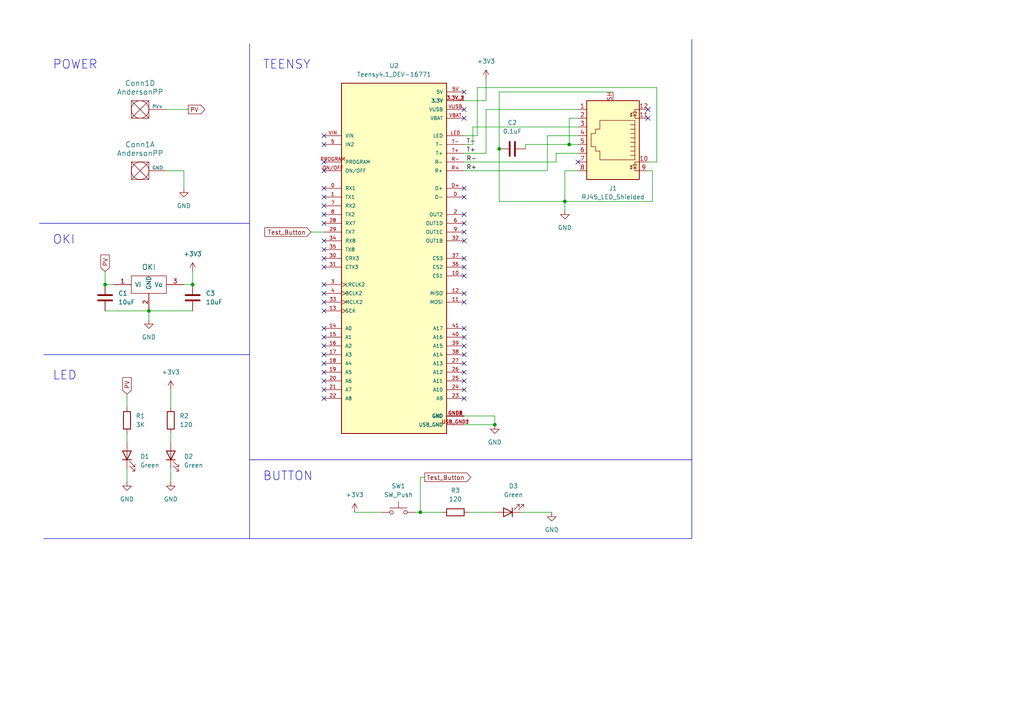
<source format=kicad_sch>
(kicad_sch (version 20230121) (generator eeschema)
  (paper "A4")
  (lib_symbols
    (symbol "Connector:RJ45_LED_Shielded" (pin_names (offset 1.016))
      (property "Reference" "J" (at -5.08 13.97 0))
      (property "Value" "RJ45_LED_Shielded" (at 1.27 13.97 0))
      (symbol "RJ45_LED_Shielded_0_1"
        (polyline (pts (xy -7.62 -7.62) (xy -6.35 -7.62)))
        (polyline (pts (xy -7.62 -5.08) (xy -6.35 -5.08)))
        (polyline (pts (xy -7.62 7.62) (xy -6.35 7.62)))
        (polyline (pts (xy -7.62 10.16) (xy -6.35 10.16)))
        (polyline (pts (xy -6.858 -5.842) (xy -5.842 -5.842)))
        (polyline (pts (xy -6.858 9.398) (xy -5.842 9.398)))
        (polyline (pts (xy -6.35 -7.62) (xy -6.35 -6.858)))
        (polyline (pts (xy -6.35 -5.08) (xy -6.35 -5.842)))
        (polyline (pts (xy -6.35 7.62) (xy -6.35 8.382)))
        (polyline (pts (xy -6.35 10.16) (xy -6.35 9.398)))
        (polyline (pts (xy -5.08 -6.223) (xy -5.207 -6.604)))
        (polyline (pts (xy -5.08 -5.588) (xy -5.207 -5.969)))
        (polyline (pts (xy -5.08 4.445) (xy -6.35 4.445)))
        (polyline (pts (xy -5.08 5.715) (xy -6.35 5.715)))
        (polyline (pts (xy -5.08 9.017) (xy -5.207 8.636)))
        (polyline (pts (xy -5.08 9.652) (xy -5.207 9.271)))
        (polyline (pts (xy -6.35 -3.175) (xy -5.08 -3.175) (xy -5.08 -3.175)))
        (polyline (pts (xy -6.35 -1.905) (xy -5.08 -1.905) (xy -5.08 -1.905)))
        (polyline (pts (xy -6.35 -0.635) (xy -5.08 -0.635) (xy -5.08 -0.635)))
        (polyline (pts (xy -6.35 0.635) (xy -5.08 0.635) (xy -5.08 0.635)))
        (polyline (pts (xy -6.35 1.905) (xy -5.08 1.905) (xy -5.08 1.905)))
        (polyline (pts (xy -5.588 -6.731) (xy -5.08 -6.223) (xy -5.461 -6.35)))
        (polyline (pts (xy -5.588 -6.096) (xy -5.08 -5.588) (xy -5.461 -5.715)))
        (polyline (pts (xy -5.588 8.509) (xy -5.08 9.017) (xy -5.461 8.89)))
        (polyline (pts (xy -5.588 9.144) (xy -5.08 9.652) (xy -5.461 9.525)))
        (polyline (pts (xy -5.08 3.175) (xy -6.35 3.175) (xy -6.35 3.175)))
        (polyline (pts (xy -6.35 -5.842) (xy -6.858 -6.858) (xy -5.842 -6.858) (xy -6.35 -5.842)))
        (polyline (pts (xy -6.35 9.398) (xy -6.858 8.382) (xy -5.842 8.382) (xy -6.35 9.398)))
        (polyline (pts (xy -6.35 -4.445) (xy -6.35 6.985) (xy 3.81 6.985) (xy 3.81 4.445) (xy 5.08 4.445) (xy 5.08 3.175) (xy 6.35 3.175) (xy 6.35 -0.635) (xy 5.08 -0.635) (xy 5.08 -1.905) (xy 3.81 -1.905) (xy 3.81 -4.445) (xy -6.35 -4.445) (xy -6.35 -4.445)))
        (rectangle (start 7.62 12.7) (end -7.62 -10.16) (stroke (width 0.254)) (fill (type background)))
      )
      (symbol "RJ45_LED_Shielded_1_1"
        (pin passive line (at 10.16 -7.62 180) (length 2.54) (name "~") (number "1"))
        (pin passive line (at -10.16 7.62 0) (length 2.54) (name "~") (number "10"))
        (pin passive line (at -10.16 -5.08 0) (length 2.54) (name "~") (number "11"))
        (pin passive line (at -10.16 -7.62 0) (length 2.54) (name "~") (number "12"))
        (pin passive line (at 10.16 -5.08 180) (length 2.54) (name "~") (number "2"))
        (pin passive line (at 10.16 -2.54 180) (length 2.54) (name "~") (number "3"))
        (pin passive line (at 10.16 0 180) (length 2.54) (name "~") (number "4"))
        (pin passive line (at 10.16 2.54 180) (length 2.54) (name "~") (number "5"))
        (pin passive line (at 10.16 5.08 180) (length 2.54) (name "~") (number "6"))
        (pin passive line (at 10.16 7.62 180) (length 2.54) (name "~") (number "7"))
        (pin passive line (at 10.16 10.16 180) (length 2.54) (name "~") (number "8"))
        (pin passive line (at -10.16 10.16 0) (length 2.54) (name "~") (number "9"))
        (pin passive line (at 0 -12.7 90) (length 2.54) (name "~") (number "SH"))
      )
    )
    (symbol "Device:C" (pin_numbers hide) (pin_names (offset 0.254))
      (property "Reference" "C" (at 0.635 2.54 0))
      (property "Value" "C" (at 0.635 -2.54 0))
      (symbol "C_0_1"
        (polyline (pts (xy -2.032 -0.762) (xy 2.032 -0.762)) (stroke (width 0.508)))
        (polyline (pts (xy -2.032 0.762) (xy 2.032 0.762)) (stroke (width 0.508)))
      )
      (symbol "C_1_1"
        (pin passive line (at 0 3.81 270) (length 2.794) (name "~") (number "1"))
        (pin passive line (at 0 -3.81 90) (length 2.794) (name "~") (number "2"))
      )
    )
    (symbol "Device:LED" (pin_numbers hide) (pin_names (offset 1.016) hide)
      (property "Reference" "D" (at 0 2.54 0))
      (property "Value" "LED" (at 0 -2.54 0))
      (symbol "LED_0_1"
        (polyline (pts (xy -1.27 -1.27) (xy -1.27 1.27)) (stroke (width 0.254)))
        (polyline (pts (xy -1.27 0) (xy 1.27 0)))
        (polyline (pts (xy 1.27 -1.27) (xy 1.27 1.27) (xy -1.27 0) (xy 1.27 -1.27)) (stroke (width 0.254)))
        (polyline (pts (xy -3.048 -0.762) (xy -4.572 -2.286) (xy -3.81 -2.286) (xy -4.572 -2.286) (xy -4.572 -1.524)))
        (polyline (pts (xy -1.778 -0.762) (xy -3.302 -2.286) (xy -2.54 -2.286) (xy -3.302 -2.286) (xy -3.302 -1.524)))
      )
      (symbol "LED_1_1"
        (pin passive line (at -3.81 0 0) (length 2.54) (name "K") (number "1"))
        (pin passive line (at 3.81 0 180) (length 2.54) (name "A") (number "2"))
      )
    )
    (symbol "Device:R" (pin_numbers hide) (pin_names (offset 0))
      (property "Reference" "R" (at 2.032 0 90))
      (property "Value" "R" (at 0 0 90))
      (symbol "R_0_1"
        (rectangle (start -1.016 -2.54) (end 1.016 2.54) (stroke (width 0.254)))
      )
      (symbol "R_1_1"
        (pin passive line (at 0 3.81 270) (length 1.27) (name "~") (number "1"))
        (pin passive line (at 0 -3.81 90) (length 1.27) (name "~") (number "2"))
      )
    )
    (symbol "MRDT_Connectors:AndersonPP" (pin_numbers hide) (pin_names (offset 0))
      (property "Reference" "Conn" (at 3.81 -1.27 0))
      (property "Value" "AndersonPP" (at 2.54 6.35 0))
      (symbol "AndersonPP_0_1"
        (polyline (pts (xy 0 5.08) (xy 5.08 0)))
        (polyline (pts (xy 5.08 5.08) (xy 0 0)))
        (rectangle (start 0 0) (end 5.08 5.08))
        (circle (center 2.54 2.54) (radius 2.54))
      )
      (symbol "AndersonPP_1_1"
        (pin input line (at 10.16 2.54 180) (length 5.08) (name "GND") (number "1"))
      )
      (symbol "AndersonPP_2_1"
        (pin input line (at 10.16 2.54 180) (length 5.08) (name "V+Log") (number "2"))
      )
      (symbol "AndersonPP_3_1"
        (pin input line (at 10.16 2.54 180) (length 5.08) (name "V+Act") (number "3"))
      )
      (symbol "AndersonPP_4_1"
        (pin input line (at 10.16 2.54 180) (length 5.08) (name "PV+") (number "4"))
      )
      (symbol "AndersonPP_5_1"
        (pin input line (at 10.16 2.54 180) (length 5.08) (name "~") (number "1"))
      )
    )
    (symbol "MRDT_Devices:OKI" (pin_names (offset 1.016))
      (property "Value" "OKI" (at 5.08 6.35 0))
      (symbol "OKI_0_1"
        (rectangle (start 0 0) (end 10.16 5.08))
      )
      (symbol "OKI_1_1"
        (pin input line (at -5.08 2.54 0) (length 5.08) (name "Vi") (number "1"))
        (pin output line (at 5.08 -5.08 90) (length 5.08) (name "GND") (number "2"))
        (pin output line (at 15.24 2.54 180) (length 5.08) (name "Vo") (number "3"))
      )
    )
    (symbol "MRDT_Shields:Teensy4.1_DEV-16771" (pin_names (offset 1.016))
      (property "Reference" "U" (at -15.24 52.07 0))
      (property "Value" "Teensy4.1_DEV-16771" (at -15.24 -53.34 0))
      (symbol "Teensy4.1_DEV-16771_0_0"
        (rectangle (start -15.24 -50.8) (end 15.24 50.8) (stroke (width 0.254)) (fill (type background)))
        (pin bidirectional line (at -20.32 20.32 0) (length 5.08) (name "RX1") (number "0"))
        (pin bidirectional line (at -20.32 17.78 0) (length 5.08) (name "TX1") (number "1"))
        (pin bidirectional line (at 20.32 -5.08 180) (length 5.08) (name "CS1") (number "10"))
        (pin bidirectional line (at 20.32 -12.7 180) (length 5.08) (name "MOSI") (number "11"))
        (pin bidirectional line (at 20.32 -10.16 180) (length 5.08) (name "MISO") (number "12"))
        (pin bidirectional clock (at -20.32 -15.24 0) (length 5.08) (name "SCK") (number "13"))
        (pin bidirectional line (at -20.32 -20.32 0) (length 5.08) (name "A0") (number "14"))
        (pin bidirectional line (at -20.32 -22.86 0) (length 5.08) (name "A1") (number "15"))
        (pin bidirectional line (at -20.32 -25.4 0) (length 5.08) (name "A2") (number "16"))
        (pin bidirectional line (at -20.32 -27.94 0) (length 5.08) (name "A3") (number "17"))
        (pin bidirectional line (at -20.32 -30.48 0) (length 5.08) (name "A4") (number "18"))
        (pin bidirectional line (at -20.32 -33.02 0) (length 5.08) (name "A5") (number "19"))
        (pin output line (at 20.32 12.7 180) (length 5.08) (name "OUT2") (number "2"))
        (pin bidirectional line (at -20.32 -35.56 0) (length 5.08) (name "A6") (number "20"))
        (pin bidirectional line (at -20.32 -38.1 0) (length 5.08) (name "A7") (number "21"))
        (pin bidirectional line (at -20.32 -40.64 0) (length 5.08) (name "A8") (number "22"))
        (pin bidirectional line (at 20.32 -40.64 180) (length 5.08) (name "A9") (number "23"))
        (pin bidirectional line (at 20.32 -38.1 180) (length 5.08) (name "A10") (number "24"))
        (pin bidirectional line (at 20.32 -35.56 180) (length 5.08) (name "A11") (number "25"))
        (pin bidirectional line (at 20.32 -33.02 180) (length 5.08) (name "A12") (number "26"))
        (pin bidirectional line (at 20.32 -30.48 180) (length 5.08) (name "A13") (number "27"))
        (pin bidirectional line (at -20.32 10.16 0) (length 5.08) (name "RX7") (number "28"))
        (pin bidirectional line (at -20.32 7.62 0) (length 5.08) (name "TX7") (number "29"))
        (pin bidirectional clock (at -20.32 -7.62 0) (length 5.08) (name "LRCLK2") (number "3"))
        (pin power_in line (at 20.32 45.72 180) (length 5.08) (name "3.3V") (number "3.3V_1"))
        (pin power_in line (at 20.32 45.72 180) (length 5.08) (name "3.3V") (number "3.3V_2"))
        (pin power_in line (at 20.32 45.72 180) (length 5.08) (name "3.3V") (number "3.3V_3"))
        (pin bidirectional line (at -20.32 0 0) (length 5.08) (name "CRX3") (number "30"))
        (pin bidirectional line (at -20.32 -2.54 0) (length 5.08) (name "CTX3") (number "31"))
        (pin output line (at 20.32 5.08 180) (length 5.08) (name "OUT1B") (number "32"))
        (pin bidirectional clock (at -20.32 -12.7 0) (length 5.08) (name "MCLK2") (number "33"))
        (pin bidirectional line (at -20.32 5.08 0) (length 5.08) (name "RX8") (number "34"))
        (pin bidirectional line (at -20.32 2.54 0) (length 5.08) (name "TX8") (number "35"))
        (pin bidirectional line (at 20.32 -2.54 180) (length 5.08) (name "CS2") (number "36"))
        (pin bidirectional line (at 20.32 0 180) (length 5.08) (name "CS3") (number "37"))
        (pin bidirectional line (at 20.32 -27.94 180) (length 5.08) (name "A14") (number "38"))
        (pin bidirectional line (at 20.32 -25.4 180) (length 5.08) (name "A15") (number "39"))
        (pin bidirectional clock (at -20.32 -10.16 0) (length 5.08) (name "BCLK2") (number "4"))
        (pin bidirectional line (at 20.32 -22.86 180) (length 5.08) (name "A16") (number "40"))
        (pin bidirectional line (at 20.32 -20.32 180) (length 5.08) (name "A17") (number "41"))
        (pin bidirectional line (at -20.32 33.02 0) (length 5.08) (name "IN2") (number "5"))
        (pin power_in line (at 20.32 48.26 180) (length 5.08) (name "5V") (number "5V"))
        (pin output line (at 20.32 10.16 180) (length 5.08) (name "OUT1D") (number "6"))
        (pin bidirectional line (at -20.32 15.24 0) (length 5.08) (name "RX2") (number "7"))
        (pin bidirectional line (at -20.32 12.7 0) (length 5.08) (name "TX2") (number "8"))
        (pin output line (at 20.32 7.62 180) (length 5.08) (name "OUT1C") (number "9"))
        (pin bidirectional line (at 20.32 17.78 180) (length 5.08) (name "D-") (number "D"))
        (pin bidirectional line (at 20.32 20.32 180) (length 5.08) (name "D+") (number "D+"))
        (pin power_in line (at 20.32 -45.72 180) (length 5.08) (name "GND") (number "GND1"))
        (pin power_in line (at 20.32 -45.72 180) (length 5.08) (name "GND") (number "GND2"))
        (pin power_in line (at 20.32 -45.72 180) (length 5.08) (name "GND") (number "GND3"))
        (pin power_in line (at 20.32 -45.72 180) (length 5.08) (name "GND") (number "GND4"))
        (pin power_in line (at 20.32 -45.72 180) (length 5.08) (name "GND") (number "GND5"))
        (pin bidirectional line (at 20.32 35.56 180) (length 5.08) (name "LED") (number "LED"))
        (pin bidirectional line (at -20.32 25.4 0) (length 5.08) (name "ON/OFF") (number "ON/OFF"))
        (pin bidirectional line (at -20.32 27.94 0) (length 5.08) (name "PROGRAM") (number "PROGRAM"))
        (pin bidirectional line (at 20.32 25.4 180) (length 5.08) (name "R+") (number "R+"))
        (pin bidirectional line (at 20.32 27.94 180) (length 5.08) (name "R-") (number "R-"))
        (pin bidirectional line (at 20.32 30.48 180) (length 5.08) (name "T+") (number "T+"))
        (pin bidirectional line (at 20.32 33.02 180) (length 5.08) (name "T-") (number "T-"))
        (pin power_in line (at 20.32 -48.26 180) (length 5.08) (name "USB_GND") (number "USB_GND1"))
        (pin power_in line (at 20.32 -48.26 180) (length 5.08) (name "USB_GND") (number "USB_GND2"))
        (pin passive line (at 20.32 40.64 180) (length 5.08) (name "VBAT") (number "VBAT"))
        (pin input line (at -20.32 35.56 0) (length 5.08) (name "VIN") (number "VIN"))
        (pin passive line (at 20.32 43.18 180) (length 5.08) (name "VUSB") (number "VUSB"))
      )
    )
    (symbol "Switch:SW_Push" (pin_numbers hide) (pin_names (offset 1.016) hide)
      (property "Reference" "SW" (at 1.27 2.54 0))
      (property "Value" "SW_Push" (at 0 -1.524 0))
      (symbol "SW_Push_0_1"
        (circle (center -2.032 0) (radius 0.508))
        (polyline (pts (xy 0 1.27) (xy 0 3.048)))
        (polyline (pts (xy 2.54 1.27) (xy -2.54 1.27)))
        (circle (center 2.032 0) (radius 0.508))
        (pin passive line (at -5.08 0 0) (length 2.54) (name "1") (number "1"))
        (pin passive line (at 5.08 0 180) (length 2.54) (name "2") (number "2"))
      )
    )
    (symbol "power:+3V3" (power) (pin_names (offset 0))
      (property "Value" "+3V3" (at 0 3.556 0))
      (symbol "+3V3_0_1"
        (polyline (pts (xy -0.762 1.27) (xy 0 2.54)))
        (polyline (pts (xy 0 0) (xy 0 2.54)))
        (polyline (pts (xy 0 2.54) (xy 0.762 1.27)))
      )
      (symbol "+3V3_1_1"
        (pin power_in line (at 0 0 90) (length 0) hide (name "+3V3") (number "1"))
      )
    )
    (symbol "power:GND" (power) (pin_names (offset 0))
      (property "Value" "GND" (at 0 -3.81 0))
      (symbol "GND_0_1"
        (polyline (pts (xy 0 0) (xy 0 -1.27) (xy 1.27 -1.27) (xy 0 -2.54) (xy -1.27 -1.27) (xy 0 -1.27)))
      )
      (symbol "GND_1_1"
        (pin power_in line (at 0 0 270) (length 0) hide (name "GND") (number "1"))
      )
    )
  )
  (junction (at 30.48 82.55))
  (junction (at 144.78 43.18))
  (junction (at 43.18 90.17))
  (junction (at 55.88 82.55))
  (junction (at 165.1 41.91))
  (junction (at 143.51 123.19))
  (junction (at 163.83 58.42))
  (junction (at 121.92 148.59))
  (no_connect (at 93.98 95.25))
  (no_connect (at 93.98 82.55))
  (no_connect (at 134.62 64.77))
  (no_connect (at 134.62 100.33))
  (no_connect (at 93.98 77.47))
  (no_connect (at 93.98 69.85))
  (no_connect (at 93.98 46.99))
  (no_connect (at 93.98 57.15))
  (no_connect (at 93.98 107.95))
  (no_connect (at 134.62 113.03))
  (no_connect (at 93.98 49.53))
  (no_connect (at 134.62 69.85))
  (no_connect (at 93.98 62.23))
  (no_connect (at 167.64 46.99))
  (no_connect (at 93.98 85.09))
  (no_connect (at 134.62 77.47))
  (no_connect (at 134.62 34.29))
  (no_connect (at 93.98 74.93))
  (no_connect (at 93.98 41.91))
  (no_connect (at 134.62 95.25))
  (no_connect (at 134.62 110.49))
  (no_connect (at 93.98 105.41))
  (no_connect (at 134.62 87.63))
  (no_connect (at 134.62 54.61))
  (no_connect (at 93.98 100.33))
  (no_connect (at 134.62 31.75))
  (no_connect (at 187.96 31.75))
  (no_connect (at 134.62 115.57))
  (no_connect (at 93.98 115.57))
  (no_connect (at 93.98 97.79))
  (no_connect (at 134.62 105.41))
  (no_connect (at 134.62 97.79))
  (no_connect (at 93.98 59.69))
  (no_connect (at 187.96 34.29))
  (no_connect (at 93.98 54.61))
  (no_connect (at 93.98 72.39))
  (no_connect (at 93.98 87.63))
  (no_connect (at 93.98 102.87))
  (no_connect (at 93.98 39.37))
  (no_connect (at 134.62 107.95))
  (no_connect (at 134.62 85.09))
  (no_connect (at 134.62 102.87))
  (no_connect (at 93.98 110.49))
  (no_connect (at 93.98 90.17))
  (no_connect (at 93.98 64.77))
  (no_connect (at 93.98 113.03))
  (no_connect (at 134.62 67.31))
  (no_connect (at 134.62 57.15))
  (no_connect (at 134.62 74.93))
  (no_connect (at 134.62 62.23))
  (no_connect (at 134.62 80.01))
  (no_connect (at 134.62 26.67))
  (wire (pts (xy 137.16 36.83) (xy 137.16 41.91)))
  (wire (pts (xy 165.1 34.29) (xy 165.1 41.91)))
  (wire (pts (xy 140.97 29.21) (xy 134.62 29.21)))
  (wire (pts (xy 53.34 49.53) (xy 53.34 54.61)))
  (wire (pts (xy 167.64 36.83) (xy 137.16 36.83)))
  (wire (pts (xy 163.83 49.53) (xy 163.83 58.42)))
  (wire (pts (xy 138.43 25.4) (xy 190.5 25.4)))
  (wire (pts (xy 121.92 148.59) (xy 128.27 148.59)))
  (wire (pts (xy 140.97 31.75) (xy 140.97 44.45)))
  (wire (pts (xy 158.75 39.37) (xy 158.75 49.53)))
  (wire (pts (xy 167.64 49.53) (xy 163.83 49.53)))
  (wire (pts (xy 134.62 120.65) (xy 143.51 120.65)))
  (wire (pts (xy 134.62 49.53) (xy 158.75 49.53)))
  (wire (pts (xy 30.48 78.74) (xy 30.48 82.55)))
  (wire (pts (xy 49.53 135.89) (xy 49.53 139.7)))
  (wire (pts (xy 163.83 58.42) (xy 144.78 58.42)))
  (wire (pts (xy 144.78 43.18) (xy 144.78 58.42)))
  (wire (pts (xy 134.62 123.19) (xy 143.51 123.19)))
  (wire (pts (xy 102.87 148.59) (xy 110.49 148.59)))
  (wire (pts (xy 123.19 138.43) (xy 121.92 138.43)))
  (wire (pts (xy 189.23 58.42) (xy 163.83 58.42)))
  (polyline (pts (xy 72.39 12.7) (xy 72.39 156.21)))
  (wire (pts (xy 167.64 34.29) (xy 165.1 34.29)))
  (wire (pts (xy 90.17 67.31) (xy 93.98 67.31)))
  (wire (pts (xy 187.96 46.99) (xy 190.5 46.99)))
  (wire (pts (xy 163.83 58.42) (xy 163.83 60.96)))
  (wire (pts (xy 120.65 148.59) (xy 121.92 148.59)))
  (wire (pts (xy 143.51 120.65) (xy 143.51 123.19)))
  (polyline (pts (xy 12.7 102.87) (xy 72.39 102.87)))
  (wire (pts (xy 49.53 113.03) (xy 49.53 118.11)))
  (wire (pts (xy 187.96 49.53) (xy 189.23 49.53)))
  (wire (pts (xy 189.23 49.53) (xy 189.23 58.42)))
  (polyline (pts (xy 200.66 133.35) (xy 200.66 156.21)))
  (polyline (pts (xy 200.66 11.43) (xy 200.66 133.35)))
  (wire (pts (xy 152.4 41.91) (xy 152.4 43.18)))
  (wire (pts (xy 190.5 46.99) (xy 190.5 25.4)))
  (wire (pts (xy 43.18 90.17) (xy 55.88 90.17)))
  (polyline (pts (xy 72.39 133.35) (xy 200.66 133.35)))
  (wire (pts (xy 30.48 82.55) (xy 33.02 82.55)))
  (wire (pts (xy 48.26 31.75) (xy 54.61 31.75)))
  (wire (pts (xy 135.89 148.59) (xy 143.51 148.59)))
  (polyline (pts (xy 11.43 64.77) (xy 72.39 64.77)))
  (polyline (pts (xy 200.66 156.21) (xy 72.39 156.21)))
  (wire (pts (xy 30.48 90.17) (xy 43.18 90.17)))
  (wire (pts (xy 151.13 148.59) (xy 160.02 148.59)))
  (wire (pts (xy 167.64 39.37) (xy 158.75 39.37)))
  (wire (pts (xy 137.16 41.91) (xy 134.62 41.91)))
  (wire (pts (xy 140.97 22.86) (xy 140.97 29.21)))
  (wire (pts (xy 138.43 25.4) (xy 138.43 39.37)))
  (wire (pts (xy 140.97 44.45) (xy 134.62 44.45)))
  (wire (pts (xy 121.92 138.43) (xy 121.92 148.59)))
  (wire (pts (xy 55.88 82.55) (xy 53.34 82.55)))
  (wire (pts (xy 144.78 26.67) (xy 177.8 26.67)))
  (wire (pts (xy 167.64 44.45) (xy 161.29 44.45)))
  (wire (pts (xy 36.83 135.89) (xy 36.83 139.7)))
  (wire (pts (xy 161.29 44.45) (xy 161.29 46.99)))
  (wire (pts (xy 55.88 78.74) (xy 55.88 82.55)))
  (wire (pts (xy 36.83 125.73) (xy 36.83 128.27)))
  (wire (pts (xy 161.29 46.99) (xy 134.62 46.99)))
  (wire (pts (xy 36.83 114.3) (xy 36.83 118.11)))
  (wire (pts (xy 43.18 90.17) (xy 43.18 92.71)))
  (wire (pts (xy 144.78 43.18) (xy 144.78 26.67)))
  (wire (pts (xy 48.26 49.53) (xy 53.34 49.53)))
  (wire (pts (xy 165.1 41.91) (xy 152.4 41.91)))
  (wire (pts (xy 167.64 41.91) (xy 165.1 41.91)))
  (polyline (pts (xy 12.7 156.21) (xy 72.39 156.21)))
  (wire (pts (xy 49.53 125.73) (xy 49.53 128.27)))
  (wire (pts (xy 138.43 39.37) (xy 134.62 39.37)))
  (wire (pts (xy 167.64 31.75) (xy 140.97 31.75)))
  (text "POWER" (at 15.24 20.32 0) (effects (font (size 2.54 2.54)) (justify left bottom)))
  (text "OKI" (at 15.24 71.12 0) (effects (font (size 2.54 2.54)) (justify left bottom)))
  (text "BUTTON" (at 76.2 139.7 0) (effects (font (size 2.54 2.54)) (justify left bottom)))
  (text "LED" (at 15.24 110.49 0) (effects (font (size 2.54 2.54)) (justify left bottom)))
  (text "TEENSY" (at 76.2 20.32 0) (effects (font (size 2.54 2.54)) (justify left bottom)))
  (label "R-" (at 135.255 46.99 0))
  (label "T+" (at 135.255 44.45 0))
  (label "R+" (at 135.255 49.53 0))
  (label "T-" (at 135.255 41.91 0))
  (global_label "PV" (shape output) (at 54.61 31.75 0) (property "Intersheetrefs" "${INTERSHEET_REFS}" (effects hide)))
  (global_label "Test_Button" (shape input) (at 90.17 67.31 180) (property "Intersheetrefs" "${INTERSHEET_REFS}" (effects hide)))
  (global_label "PV" (shape input) (at 36.83 114.3 90) (property "Intersheetrefs" "${INTERSHEET_REFS}" (effects hide)))
  (global_label "Test_Button" (shape output) (at 123.19 138.43 0) (property "Intersheetrefs" "${INTERSHEET_REFS}" (effects hide)))
  (global_label "PV" (shape input) (at 30.48 78.74 90) (property "Intersheetrefs" "${INTERSHEET_REFS}" (effects hide)))
  (symbol (lib_id "Device:LED") (at 49.53 132.08 90) (unit 1)
    (property "Reference" "D2" (at 53.34 132.3975 90) (effects (justify right)))
    (property "Value" "Green" (at 53.34 134.9375 90) (effects (justify right)))
    (property "Footprint" "LED_SMD:LED_0603_1608Metric_Pad1.05x0.95mm_HandSolder" (effects hide))
  )
  (symbol (lib_id "power:GND") (at 43.18 92.71 0) (unit 1)
    (property "Reference" "#PWR03" (effects hide))
    (property "Value" "GND" (at 43.18 97.79 0))
  )
  (symbol (lib_id "MRDT_Shields:Teensy4.1_DEV-16771") (at 114.3 74.93 0) (unit 1)
    (property "Reference" "U2" (at 114.3 19.05 0))
    (property "Value" "Teensy4.1_DEV-16771" (at 114.3 21.59 0))
    (property "Footprint" "MRDT_Shields:Teensy_4_1_Ethernet" (effects hide))
    (property "STANDARD" "Manufacturer recommendations" (effects hide))
    (property "MAXIMUM_PACKAGE_HEIGHT" "4.07mm" (effects hide))
    (property "MANUFACTURER" "SparkFun Electronics" (effects hide))
    (property "PARTREV" "4.1" (effects hide))
  )
  (symbol (lib_id "Device:C") (at 55.88 86.36 0) (unit 1)
    (property "Reference" "C3" (at 59.69 85.09 0) (effects (justify left)))
    (property "Value" "10uF" (at 59.69 87.63 0) (effects (justify left)))
    (property "Footprint" "Capacitor_SMD:C_0603_1608Metric_Pad1.08x0.95mm_HandSolder" (effects hide))
  )
  (symbol (lib_id "Device:LED") (at 36.83 132.08 90) (unit 1)
    (property "Reference" "D1" (at 40.64 132.3975 90) (effects (justify right)))
    (property "Value" "Green" (at 40.64 134.9375 90) (effects (justify right)))
    (property "Footprint" "LED_SMD:LED_0603_1608Metric_Pad1.05x0.95mm_HandSolder" (effects hide))
  )
  (symbol (lib_id "Device:R") (at 132.08 148.59 90) (unit 1)
    (property "Reference" "R3" (at 132.08 142.24 90))
    (property "Value" "120" (at 132.08 144.78 90))
    (property "Footprint" "Resistor_SMD:R_0603_1608Metric_Pad0.98x0.95mm_HandSolder" (effects hide))
  )
  (symbol (lib_id "power:+3V3") (at 140.97 22.86 0) (unit 1)
    (property "Reference" "#PWR08" (effects hide))
    (property "Value" "+3V3" (at 140.97 17.78 0))
  )
  (symbol (lib_id "power:GND") (at 143.51 123.19 0) (unit 1)
    (property "Reference" "#PWR07" (effects hide))
    (property "Value" "GND" (at 143.51 128.27 0))
  )
  (symbol (lib_id "power:+3V3") (at 55.88 78.74 0) (unit 1)
    (property "Reference" "#PWR02" (effects hide))
    (property "Value" "+3V3" (at 55.88 73.66 0))
  )
  (symbol (lib_id "Device:R") (at 36.83 121.92 0) (unit 1)
    (property "Reference" "R1" (at 39.37 120.65 0) (effects (justify left)))
    (property "Value" "3K" (at 39.37 123.19 0) (effects (justify left)))
    (property "Footprint" "Resistor_SMD:R_0603_1608Metric_Pad0.98x0.95mm_HandSolder" (effects hide))
  )
  (symbol (lib_id "power:GND") (at 160.02 148.59 0) (unit 1)
    (property "Reference" "#PWR011" (effects hide))
    (property "Value" "GND" (at 160.02 153.67 0))
  )
  (symbol (lib_id "power:GND") (at 53.34 54.61 0) (unit 1)
    (property "Reference" "#PWR01" (effects hide))
    (property "Value" "GND" (at 53.34 59.69 0))
  )
  (symbol (lib_id "MRDT_Connectors:AndersonPP") (at 38.1 52.07 0) (unit 1)
    (property "Reference" "Conn1" (at 40.64 41.91 0) (effects (font (size 1.524 1.524))))
    (property "Value" "AndersonPP" (at 40.64 44.45 0) (effects (font (size 1.524 1.524))))
    (property "Footprint" "MRDT_Connectors:Square_Anderson_2_H_Side_By_Side_PV" (effects hide))
  )
  (symbol (lib_id "Device:C") (at 148.59 43.18 90) (unit 1)
    (property "Reference" "C2" (at 148.59 35.56 90))
    (property "Value" "0.1uF" (at 148.59 38.1 90))
    (property "Footprint" "Capacitor_SMD:C_0603_1608Metric_Pad1.08x0.95mm_HandSolder" (effects hide))
  )
  (symbol (lib_id "Connector:RJ45_LED_Shielded") (at 177.8 39.37 180) (unit 1)
    (property "Reference" "J1" (at 177.8 54.61 0))
    (property "Value" "RJ45_LED_Shielded" (at 177.8 57.15 0))
    (property "Footprint" "MRDT_Connectors:RJ45_Teensy" (effects hide))
  )
  (symbol (lib_id "Device:R") (at 49.53 121.92 0) (unit 1)
    (property "Reference" "R2" (at 52.07 120.65 0) (effects (justify left)))
    (property "Value" "120" (at 52.07 123.19 0) (effects (justify left)))
    (property "Footprint" "Resistor_SMD:R_0603_1608Metric_Pad0.98x0.95mm_HandSolder" (effects hide))
  )
  (symbol (lib_id "power:GND") (at 49.53 139.7 0) (unit 1)
    (property "Reference" "#PWR05" (effects hide))
    (property "Value" "GND" (at 49.53 144.78 0))
  )
  (symbol (lib_id "power:+3V3") (at 102.87 148.59 0) (unit 1)
    (property "Reference" "#PWR010" (effects hide))
    (property "Value" "+3V3" (at 102.87 143.51 0))
  )
  (symbol (lib_id "Switch:SW_Push") (at 115.57 148.59 0) (unit 1)
    (property "Reference" "SW1" (at 115.57 140.97 0))
    (property "Value" "SW_Push" (at 115.57 143.51 0))
    (property "Footprint" "Button_Switch_SMD:SW_SPST_TL3305A" (effects hide))
  )
  (symbol (lib_id "Device:LED") (at 147.32 148.59 180) (unit 1)
    (property "Reference" "D3" (at 148.9075 140.97 0))
    (property "Value" "Green" (at 148.9075 143.51 0))
    (property "Footprint" "LED_SMD:LED_0603_1608Metric_Pad1.05x0.95mm_HandSolder" (effects hide))
  )
  (symbol (lib_id "MRDT_Devices:OKI") (at 38.1 85.09 0) (unit 1)
    (property "Reference" "U1" (effects hide))
    (property "Value" "OKI" (at 43.18 77.47 0) (effects (font (size 1.524 1.524))))
    (property "Footprint" "MRDT_Devices:OKI_Horizontal" (effects hide))
  )
  (symbol (lib_id "Device:C") (at 30.48 86.36 0) (unit 1)
    (property "Reference" "C1" (at 34.29 85.09 0) (effects (justify left)))
    (property "Value" "10uF" (at 34.29 87.63 0) (effects (justify left)))
    (property "Footprint" "Capacitor_SMD:C_0603_1608Metric_Pad1.08x0.95mm_HandSolder" (effects hide))
  )
  (symbol (lib_id "power:+3V3") (at 49.53 113.03 0) (unit 1)
    (property "Reference" "#PWR06" (effects hide))
    (property "Value" "+3V3" (at 49.53 107.95 0))
  )
  (symbol (lib_id "power:GND") (at 163.83 60.96 0) (unit 1)
    (property "Reference" "#PWR09" (effects hide))
    (property "Value" "GND" (at 163.83 66.04 0))
  )
  (symbol (lib_id "MRDT_Connectors:AndersonPP") (at 38.1 34.29 0) (unit 4)
    (property "Reference" "Conn1" (at 40.64 24.13 0) (effects (font (size 1.524 1.524))))
    (property "Value" "AndersonPP" (at 40.64 26.67 0) (effects (font (size 1.524 1.524))))
    (property "Footprint" "MRDT_Connectors:Square_Anderson_2_H_Side_By_Side_PV" (effects hide))
  )
  (symbol (lib_id "power:GND") (at 36.83 139.7 0) (unit 1)
    (property "Reference" "#PWR04" (effects hide))
    (property "Value" "GND" (at 36.83 144.78 0))
  )
)
</source>
